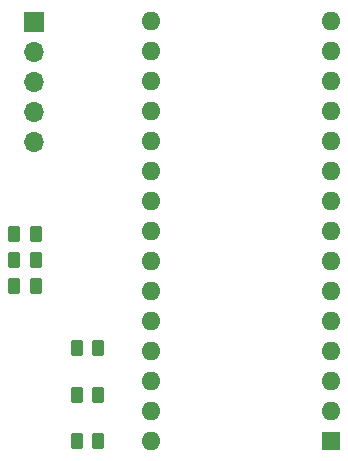
<source format=gbr>
%TF.GenerationSoftware,KiCad,Pcbnew,7.0.11+dfsg-1build4*%
%TF.CreationDate,2024-05-09T18:47:21+10:00*%
%TF.ProjectId,NoBootLoadFlasher,4e6f426f-6f74-44c6-9f61-64466c617368,rev?*%
%TF.SameCoordinates,Original*%
%TF.FileFunction,Soldermask,Top*%
%TF.FilePolarity,Negative*%
%FSLAX46Y46*%
G04 Gerber Fmt 4.6, Leading zero omitted, Abs format (unit mm)*
G04 Created by KiCad (PCBNEW 7.0.11+dfsg-1build4) date 2024-05-09 18:47:21*
%MOMM*%
%LPD*%
G01*
G04 APERTURE LIST*
G04 Aperture macros list*
%AMRoundRect*
0 Rectangle with rounded corners*
0 $1 Rounding radius*
0 $2 $3 $4 $5 $6 $7 $8 $9 X,Y pos of 4 corners*
0 Add a 4 corners polygon primitive as box body*
4,1,4,$2,$3,$4,$5,$6,$7,$8,$9,$2,$3,0*
0 Add four circle primitives for the rounded corners*
1,1,$1+$1,$2,$3*
1,1,$1+$1,$4,$5*
1,1,$1+$1,$6,$7*
1,1,$1+$1,$8,$9*
0 Add four rect primitives between the rounded corners*
20,1,$1+$1,$2,$3,$4,$5,0*
20,1,$1+$1,$4,$5,$6,$7,0*
20,1,$1+$1,$6,$7,$8,$9,0*
20,1,$1+$1,$8,$9,$2,$3,0*%
G04 Aperture macros list end*
%ADD10R,1.700000X1.700000*%
%ADD11O,1.700000X1.700000*%
%ADD12RoundRect,0.250000X0.262500X0.450000X-0.262500X0.450000X-0.262500X-0.450000X0.262500X-0.450000X0*%
%ADD13O,1.600000X1.600000*%
%ADD14R,1.600000X1.600000*%
G04 APERTURE END LIST*
D10*
%TO.C,REF\u002A\u002A*%
X81534000Y-81407000D03*
D11*
X81534000Y-83947000D03*
X81534000Y-86487000D03*
X81534000Y-89027000D03*
X81534000Y-91567000D03*
%TD*%
D12*
%TO.C,REF\u002A\u002A*%
X86995000Y-112940000D03*
X85170000Y-112940000D03*
%TD*%
%TO.C,REF\u002A\u002A*%
X81712000Y-99390200D03*
X79887000Y-99390200D03*
%TD*%
%TO.C,REF\u002A\u002A*%
X81712000Y-103759000D03*
X79887000Y-103759000D03*
%TD*%
D13*
%TO.C,LGT8F328P LQFP32 MiniEVB*%
X91440000Y-116840000D03*
X91440000Y-114300000D03*
X91440000Y-111760000D03*
X91440000Y-109220000D03*
X91440000Y-106680000D03*
X91440000Y-104140000D03*
X91440000Y-101600000D03*
X91440000Y-99060000D03*
X91440000Y-96520000D03*
X91440000Y-93980000D03*
X91440000Y-91440000D03*
X91440000Y-88900000D03*
X91440000Y-86360000D03*
X91440000Y-83820000D03*
X91440000Y-81280000D03*
X106680000Y-81280000D03*
X106680000Y-83820000D03*
X106680000Y-86360000D03*
X106680000Y-88900000D03*
X106680000Y-91440000D03*
X106680000Y-93980000D03*
X106680000Y-96520000D03*
X106680000Y-99060000D03*
X106680000Y-101600000D03*
X106680000Y-104140000D03*
X106680000Y-106680000D03*
X106680000Y-109220000D03*
X106680000Y-111760000D03*
X106680000Y-114300000D03*
D14*
X106680000Y-116840000D03*
%TD*%
D12*
%TO.C,REF\u002A\u002A*%
X86995000Y-116840000D03*
X85170000Y-116840000D03*
%TD*%
%TO.C,REF\u002A\u002A*%
X81712000Y-101574600D03*
X79887000Y-101574600D03*
%TD*%
%TO.C,REF\u002A\u002A*%
X86995000Y-109040000D03*
X85170000Y-109040000D03*
%TD*%
M02*

</source>
